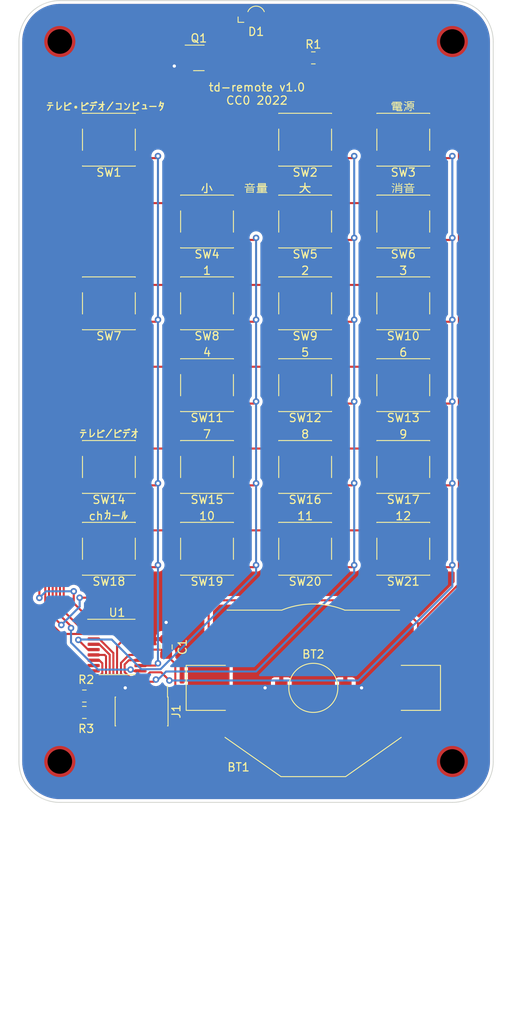
<source format=kicad_pcb>
(kicad_pcb (version 20211014) (generator pcbnew)
  (layers (0 "F.Cu" signal) (31 "B.Cu" signal) (34 "B.Paste" user) (35 "F.Paste" user) (36 "B.SilkS" user "B.Silkscreen") (37 "F.SilkS" user "F.Silkscreen") (38 "B.Mask" user) (39 "F.Mask" user) (44 "Edge.Cuts" user))
  (net 0 "")
  (net 1 "+BATT")
  (net 2 "GND")
  (net 3 "Net-(D1-Pad1)")
  (net 4 "Net-(D1-Pad2)")
  (net 6 "/tms")
  (net 7 "/tck")
  (net 8 "/tdo")
  (net 9 "/tdi")
  (net 10 "/~{reset}")
  (net 11 "/out")
  (net 12 "/row0")
  (net 13 "/col0")
  (net 14 "/col2")
  (net 15 "/col3")
  (net 16 "/row1")
  (net 17 "/col1")
  (net 18 "/row2")
  (net 19 "/row3")
  (net 20 "/row4")
  (net 21 "/row5")
  (footprint "Capacitor_SMD:C_0805_2012Metric" (layer "F.Cu") (at 77 112 90)
    (fp_text reference "C1" (at 0 2 90) (layer "F.SilkS"))
    (fp_text value "0.1uF")
    (pad "1" smd roundrect (at -0.95 0 90) (size 1 1.45) (layers "F.Cu" "F.Paste" "F.Mask") (net 1 "+BATT"))
    (pad "2" smd roundrect (at 0.95 0 90) (size 1 1.45) (layers "F.Cu" "F.Paste" "F.Mask") (net 2 "GND"))
  )
  (footprint "Button_Switch_SMD:SW_SPST_PTS645" (layer "F.Cu") (at 94 100)
    (fp_text reference "SW20" (at 0 4) (layer "F.SilkS"))
    (fp_text value "2223-TS04-66-65-BK-100-SMT")
    (pad "1" smd rect (at 3.98 -2.25) (size 1.55 1.3) (layers "F.Cu" "F.Paste" "F.Mask") (net 21 "/row5"))
    (pad "1" smd rect (at -3.98 -2.25) (size 1.55 1.3) (layers "F.Cu" "F.Paste" "F.Mask") (net 21 "/row5"))
    (pad "2" smd rect (at 3.98 2.25) (size 1.55 1.3) (layers "F.Cu" "F.Paste" "F.Mask") (net 14 "/col2"))
    (pad "2" smd rect (at -3.98 2.25) (size 1.55 1.3) (layers "F.Cu" "F.Paste" "F.Mask") (net 14 "/col2"))
  )
  (footprint "Button_Switch_SMD:SW_SPST_PTS645" (layer "F.Cu") (at 70 90)
    (fp_text reference "SW14" (at 0 4) (layer "F.SilkS"))
    (fp_text value "2223-TS04-66-65-BK-100-SMT")
    (pad "1" smd rect (at 3.98 -2.25) (size 1.55 1.3) (layers "F.Cu" "F.Paste" "F.Mask") (net 20 "/row4"))
    (pad "1" smd rect (at -3.98 -2.25) (size 1.55 1.3) (layers "F.Cu" "F.Paste" "F.Mask") (net 20 "/row4"))
    (pad "2" smd rect (at -3.98 2.25) (size 1.55 1.3) (layers "F.Cu" "F.Paste" "F.Mask") (net 13 "/col0"))
    (pad "2" smd rect (at 3.98 2.25) (size 1.55 1.3) (layers "F.Cu" "F.Paste" "F.Mask") (net 13 "/col0"))
  )
  (footprint "td-remote:BatteryHolder_Keystone_3002_1x2032_noneg" (layer "F.Cu") (at 95 117)
    (fp_text reference "BT1" (at -9.15 9.7) (layer "F.SilkS"))
    (fp_text value "Battery_Cell")
    (pad "1" smd rect (at 12.8 0) (size 5.1 5.1) (layers "F.Cu" "F.Paste" "F.Mask") (net 1 "+BATT"))
    (pad "1" smd rect (at -12.8 0) (size 5.1 5.1) (layers "F.Cu" "F.Paste" "F.Mask") (net 1 "+BATT"))
  )
  (footprint "Button_Switch_SMD:SW_SPST_PTS645" (layer "F.Cu") (at 94 60)
    (fp_text reference "SW5" (at 0 4) (layer "F.SilkS"))
    (fp_text value "2223-TS04-66-65-BK-100-SMT")
    (pad "1" smd rect (at 3.98 -2.25) (size 1.55 1.3) (layers "F.Cu" "F.Paste" "F.Mask") (net 16 "/row1"))
    (pad "1" smd rect (at -3.98 -2.25) (size 1.55 1.3) (layers "F.Cu" "F.Paste" "F.Mask") (net 16 "/row1"))
    (pad "2" smd rect (at -3.98 2.25) (size 1.55 1.3) (layers "F.Cu" "F.Paste" "F.Mask") (net 14 "/col2"))
    (pad "2" smd rect (at 3.98 2.25) (size 1.55 1.3) (layers "F.Cu" "F.Paste" "F.Mask") (net 14 "/col2"))
  )
  (footprint "Button_Switch_SMD:SW_SPST_PTS645" (layer "F.Cu") (at 94 50)
    (fp_text reference "SW2" (at 0 4) (layer "F.SilkS"))
    (fp_text value "2223-TS04-66-65-BK-100-SMT")
    (pad "1" smd rect (at 3.98 -2.25) (size 1.55 1.3) (layers "F.Cu" "F.Paste" "F.Mask") (net 12 "/row0"))
    (pad "1" smd rect (at -3.98 -2.25) (size 1.55 1.3) (layers "F.Cu" "F.Paste" "F.Mask") (net 12 "/row0"))
    (pad "2" smd rect (at 3.98 2.25) (size 1.55 1.3) (layers "F.Cu" "F.Paste" "F.Mask") (net 14 "/col2"))
    (pad "2" smd rect (at -3.98 2.25) (size 1.55 1.3) (layers "F.Cu" "F.Paste" "F.Mask") (net 14 "/col2"))
  )
  (footprint "Button_Switch_SMD:SW_SPST_PTS645" (layer "F.Cu") (at 82 90)
    (fp_text reference "SW15" (at 0 4) (layer "F.SilkS"))
    (fp_text value "2223-TS04-66-65-BK-100-SMT")
    (pad "1" smd rect (at -3.98 -2.25) (size 1.55 1.3) (layers "F.Cu" "F.Paste" "F.Mask") (net 20 "/row4"))
    (pad "1" smd rect (at 3.98 -2.25) (size 1.55 1.3) (layers "F.Cu" "F.Paste" "F.Mask") (net 20 "/row4"))
    (pad "2" smd rect (at -3.98 2.25) (size 1.55 1.3) (layers "F.Cu" "F.Paste" "F.Mask") (net 17 "/col1"))
    (pad "2" smd rect (at 3.98 2.25) (size 1.55 1.3) (layers "F.Cu" "F.Paste" "F.Mask") (net 17 "/col1"))
  )
  (footprint "Button_Switch_SMD:SW_SPST_PTS645" (layer "F.Cu") (at 94 90)
    (fp_text reference "SW16" (at 0 4) (layer "F.SilkS"))
    (fp_text value "2223-TS04-66-65-BK-100-SMT")
    (pad "1" smd rect (at 3.98 -2.25) (size 1.55 1.3) (layers "F.Cu" "F.Paste" "F.Mask") (net 20 "/row4"))
    (pad "1" smd rect (at -3.98 -2.25) (size 1.55 1.3) (layers "F.Cu" "F.Paste" "F.Mask") (net 20 "/row4"))
    (pad "2" smd rect (at -3.98 2.25) (size 1.55 1.3) (layers "F.Cu" "F.Paste" "F.Mask") (net 14 "/col2"))
    (pad "2" smd rect (at 3.98 2.25) (size 1.55 1.3) (layers "F.Cu" "F.Paste" "F.Mask") (net 14 "/col2"))
  )
  (footprint "td-remote:WA-SMST-M2" (layer "F.Cu") (at 64 126)
    (fp_text reference "H1" hide)
    (fp_text value "9774035243R")
    (pad "" np_thru_hole circle (at 0 0) (size 3 3) (drill 3) (layers *.Mask))
    (pad "1" smd circle (at 0 0) (size 5.3 5.3) (layers "F.Cu" "F.Mask") (net 2 "GND"))
  )
  (footprint "td-remote:WA-SMST-M2" (layer "F.Cu") (at 112 126)
    (fp_text reference "H3" hide)
    (fp_text value "9774035243R")
    (pad "" np_thru_hole circle (at 0 0) (size 3 3) (drill 3) (layers *.Mask))
    (pad "1" smd circle (at 0 0) (size 5.3 5.3) (layers "F.Cu" "F.Mask") (net 2 "GND"))
  )
  (footprint "Button_Switch_SMD:SW_SPST_PTS645" (layer "F.Cu") (at 82 70)
    (fp_text reference "SW8" (at 0 4) (layer "F.SilkS"))
    (fp_text value "2223-TS04-66-65-BK-100-SMT")
    (pad "1" smd rect (at 3.98 -2.25) (size 1.55 1.3) (layers "F.Cu" "F.Paste" "F.Mask") (net 18 "/row2"))
    (pad "1" smd rect (at -3.98 -2.25) (size 1.55 1.3) (layers "F.Cu" "F.Paste" "F.Mask") (net 18 "/row2"))
    (pad "2" smd rect (at 3.98 2.25) (size 1.55 1.3) (layers "F.Cu" "F.Paste" "F.Mask") (net 17 "/col1"))
    (pad "2" smd rect (at -3.98 2.25) (size 1.55 1.3) (layers "F.Cu" "F.Paste" "F.Mask") (net 17 "/col1"))
  )
  (footprint "Button_Switch_SMD:SW_SPST_PTS645" (layer "F.Cu") (at 106 90)
    (fp_text reference "SW17" (at 0 4) (layer "F.SilkS"))
    (fp_text value "2223-TS04-66-65-BK-100-SMT")
    (pad "1" smd rect (at 3.98 -2.25) (size 1.55 1.3) (layers "F.Cu" "F.Paste" "F.Mask") (net 20 "/row4"))
    (pad "1" smd rect (at -3.98 -2.25) (size 1.55 1.3) (layers "F.Cu" "F.Paste" "F.Mask") (net 20 "/row4"))
    (pad "2" smd rect (at 3.98 2.25) (size 1.55 1.3) (layers "F.Cu" "F.Paste" "F.Mask") (net 15 "/col3"))
    (pad "2" smd rect (at -3.98 2.25) (size 1.55 1.3) (layers "F.Cu" "F.Paste" "F.Mask") (net 15 "/col3"))
  )
  (footprint "Resistor_SMD:R_0805_2012Metric" (layer "F.Cu") (at 67 118 180)
    (fp_text reference "R2" (at -0.227064 2) (layer "F.SilkS"))
    (fp_text value "100k")
    (pad "1" smd roundrect (at -0.9125 0 180) (size 1.025 1.4) (layers "F.Cu" "F.Paste" "F.Mask") (roundrect_rratio 0.243902439) (net 7 "/tck"))
    (pad "2" smd roundrect (at 0.9125 0 180) (size 1.025 1.4) (layers "F.Cu" "F.Paste" "F.Mask") (roundrect_rratio 0.243902439) (net 2 "GND"))
  )
  (footprint "Button_Switch_SMD:SW_SPST_PTS645" (layer "F.Cu") (at 82 100)
    (fp_text reference "SW19" (at 0 4) (layer "F.SilkS"))
    (fp_text value "2223-TS04-66-65-BK-100-SMT")
    (pad "1" smd rect (at -3.98 -2.25) (size 1.55 1.3) (layers "F.Cu" "F.Paste" "F.Mask") (net 21 "/row5"))
    (pad "1" smd rect (at 3.98 -2.25) (size 1.55 1.3) (layers "F.Cu" "F.Paste" "F.Mask") (net 21 "/row5"))
    (pad "2" smd rect (at -3.98 2.25) (size 1.55 1.3) (layers "F.Cu" "F.Paste" "F.Mask") (net 17 "/col1"))
    (pad "2" smd rect (at 3.98 2.25) (size 1.55 1.3) (layers "F.Cu" "F.Paste" "F.Mask") (net 17 "/col1"))
  )
  (footprint "Resistor_SMD:R_0805_2012Metric" (layer "F.Cu") (at 67 120)
    (fp_text reference "R3" (at 0.227064 2) (layer "F.SilkS"))
    (fp_text value "100k")
    (pad "1" smd roundrect (at -0.9125 0) (size 1.025 1.4) (layers "F.Cu" "F.Paste" "F.Mask") (roundrect_rratio 0.243902439) (net 1 "+BATT"))
    (pad "2" smd roundrect (at 0.9125 0) (size 1.025 1.4) (layers "F.Cu" "F.Paste" "F.Mask") (roundrect_rratio 0.243902439) (net 6 "/tms"))
  )
  (footprint "Button_Switch_SMD:SW_SPST_PTS645" (layer "F.Cu") (at 94 80)
    (fp_text reference "SW12" (at 0 4) (layer "F.SilkS"))
    (fp_text value "2223-TS04-66-65-BK-100-SMT")
    (pad "1" smd rect (at -3.98 -2.25) (size 1.55 1.3) (layers "F.Cu" "F.Paste" "F.Mask") (net 19 "/row3"))
    (pad "1" smd rect (at 3.98 -2.25) (size 1.55 1.3) (layers "F.Cu" "F.Paste" "F.Mask") (net 19 "/row3"))
    (pad "2" smd rect (at 3.98 2.25) (size 1.55 1.3) (layers "F.Cu" "F.Paste" "F.Mask") (net 14 "/col2"))
    (pad "2" smd rect (at -3.98 2.25) (size 1.55 1.3) (layers "F.Cu" "F.Paste" "F.Mask") (net 14 "/col2"))
  )
  (footprint "td-remote:20021122-00010T4LF" (layer "F.Cu") (at 74 119.8875 -90)
    (fp_text reference "J1" (at 0 -4.235 90) (layer "F.SilkS"))
    (fp_text value "Conn_ARM_JTAG_SWD_10")
    (pad "1" smd rect (at -1.425 -2.54 270) (size 1.65 0.8) (layers "F.Cu" "F.Paste" "F.Mask") (net 1 "+BATT"))
    (pad "2" smd rect (at 1.425 -2.54 270) (size 1.65 0.8) (layers "F.Cu" "F.Paste" "F.Mask") (net 6 "/tms"))
    (pad "3" smd rect (at -1.425 -1.27 270) (size 1.65 0.8) (layers "F.Cu" "F.Paste" "F.Mask") (net 2 "GND"))
    (pad "4" smd rect (at 1.425 -1.27 270) (size 1.65 0.8) (layers "F.Cu" "F.Paste" "F.Mask") (net 7 "/tck"))
    (pad "5" smd rect (at -1.425 0 270) (size 1.65 0.8) (layers "F.Cu" "F.Paste" "F.Mask") (net 2 "GND"))
    (pad "6" smd rect (at 1.425 0 270) (size 1.65 0.8) (layers "F.Cu" "F.Paste" "F.Mask") (net 8 "/tdo"))
    (pad "7" smd rect (at -1.425 1.27 270) (size 1.65 0.8) (layers "F.Cu" "F.Paste" "F.Mask"))
    (pad "8" smd rect (at 1.425 1.27 270) (size 1.65 0.8) (layers "F.Cu" "F.Paste" "F.Mask") (net 9 "/tdi"))
    (pad "9" smd rect (at -1.425 2.54 270) (size 1.65 0.8) (layers "F.Cu" "F.Paste" "F.Mask") (net 2 "GND"))
    (pad "10" smd rect (at 1.425 2.54 270) (size 1.65 0.8) (layers "F.Cu" "F.Paste" "F.Mask") (net 10 "/~{reset}"))
  )
  (footprint "Resistor_SMD:R_0805_2012Metric" (layer "F.Cu") (at 95 40)
    (fp_text reference "R1" (at 0 -1.65) (layer "F.SilkS"))
    (fp_text value "39")
    (pad "1" smd roundrect (at -0.9125 0) (size 1.025 1.4) (layers "F.Cu" "F.Paste" "F.Mask") (roundrect_rratio 0.243902439) (net 4 "Net-(D1-Pad2)"))
    (pad "2" smd roundrect (at 0.9125 0) (size 1.025 1.4) (layers "F.Cu" "F.Paste" "F.Mask") (roundrect_rratio 0.243902439) (net 1 "+BATT"))
  )
  (footprint "Button_Switch_SMD:SW_SPST_PTS645" (layer "F.Cu") (at 70 50)
    (fp_text reference "SW1" (at 0 4) (layer "F.SilkS"))
    (fp_text value "2223-TS04-66-65-BK-100-SMT")
    (pad "1" smd rect (at -3.98 -2.25) (size 1.55 1.3) (layers "F.Cu" "F.Paste" "F.Mask") (net 12 "/row0"))
    (pad "1" smd rect (at 3.98 -2.25) (size 1.55 1.3) (layers "F.Cu" "F.Paste" "F.Mask") (net 12 "/row0"))
    (pad "2" smd rect (at 3.98 2.25) (size 1.55 1.3) (layers "F.Cu" "F.Paste" "F.Mask") (net 13 "/col0"))
    (pad "2" smd rect (at -3.98 2.25) (size 1.55 1.3) (layers "F.Cu" "F.Paste" "F.Mask") (net 13 "/col0"))
  )
  (footprint "Button_Switch_SMD:SW_SPST_PTS645" (layer "F.Cu") (at 70 100)
    (fp_text reference "SW18" (at 0 4) (layer "F.SilkS"))
    (fp_text value "2223-TS04-66-65-BK-100-SMT")
    (pad "1" smd rect (at 3.98 -2.25) (size 1.55 1.3) (layers "F.Cu" "F.Paste" "F.Mask") (net 21 "/row5"))
    (pad "1" smd rect (at -3.98 -2.25) (size 1.55 1.3) (layers "F.Cu" "F.Paste" "F.Mask") (net 21 "/row5"))
    (pad "2" smd rect (at -3.98 2.25) (size 1.55 1.3) (layers "F.Cu" "F.Paste" "F.Mask") (net 13 "/col0"))
    (pad "2" smd rect (at 3.98 2.25) (size 1.55 1.3) (layers "F.Cu" "F.Paste" "F.Mask") (net 13 "/col0"))
  )
  (footprint "Button_Switch_SMD:SW_SPST_PTS645" (layer "F.Cu") (at 70 70)
    (fp_text reference "SW7" (at 0 4) (layer "F.SilkS"))
    (fp_text value "2223-TS04-66-65-BK-100-SMT")
    (pad "1" smd rect locked (at 3.98 -2.25) (size 1.55 1.3) (layers "F.Cu" "F.Paste" "F.Mask") (net 18 "/row2"))
    (pad "1" smd rect locked (at -3.98 -2.25) (size 1.55 1.3) (layers "F.Cu" "F.Paste" "F.Mask") (net 18 "/row2"))
    (pad "2" smd rect locked (at -3.98 2.25) (size 1.55 1.3) (layers "F.Cu" "F.Paste" "F.Mask") (net 13 "/col0"))
    (pad "2" smd rect locked (at 3.98 2.25) (size 1.55 1.3) (layers "F.Cu" "F.Paste" "F.Mask") (net 13 "/col0"))
  )
  (footprint "Button_Switch_SMD:SW_SPST_PTS645" (layer "F.Cu") (at 106 80)
    (fp_text reference "SW13" (at 0 4) (layer "F.SilkS"))
    (fp_text value "2223-TS04-66-65-BK-100-SMT")
    (pad "1" smd rect (at -3.98 -2.25) (size 1.55 1.3) (layers "F.Cu" "F.Paste" "F.Mask") (net 19 "/row3"))
    (pad "1" smd rect (at 3.98 -2.25) (size 1.55 1.3) (layers "F.Cu" "F.Paste" "F.Mask") (net 19 "/row3"))
    (pad "2" smd rect (at -3.98 2.25) (size 1.55 1.3) (layers "F.Cu" "F.Paste" "F.Mask") (net 15 "/col3"))
    (pad "2" smd rect (at 3.98 2.25) (size 1.55 1.3) (layers "F.Cu" "F.Paste" "F.Mask") (net 15 "/col3"))
  )
  (footprint "Button_Switch_SMD:SW_SPST_PTS645" (layer "F.Cu") (at 94 70)
    (fp_text reference "SW9" (at 0 4) (layer "F.SilkS"))
    (fp_text value "2223-TS04-66-65-BK-100-SMT")
    (pad "1" smd rect (at 3.98 -2.25) (size 1.55 1.3) (layers "F.Cu" "F.Paste" "F.Mask") (net 18 "/row2"))
    (pad "1" smd rect (at -3.98 -2.25) (size 1.55 1.3) (layers "F.Cu" "F.Paste" "F.Mask") (net 18 "/row2"))
    (pad "2" smd rect (at 3.98 2.25) (size 1.55 1.3) (layers "F.Cu" "F.Paste" "F.Mask") (net 14 "/col2"))
    (pad "2" smd rect (at -3.98 2.25) (size 1.55 1.3) (layers "F.Cu" "F.Paste" "F.Mask") (net 14 "/col2"))
  )
  (footprint "td-remote:WA-SMST-M2" (layer "F.Cu") (at 112 38)
    (fp_text reference "H2" hide)
    (fp_text value "9774035243R")
    (pad "" np_thru_hole circle (at 0 0) (size 3 3) (drill 3) (layers *.Mask))
    (pad "1" smd circle (at 0 0) (size 5.3 5.3) (layers "F.Cu" "F.Mask") (net 2 "GND"))
  )
  (footprint "Package_TO_SOT_SMD:SOT-23" (layer "F.Cu") (at 81 40)
    (fp_text reference "Q1" (at 0 -2.4) (layer "F.SilkS"))
    (fp_text value "BSS138")
    (pad "1" smd roundrect (at -0.9375 -0.95) (size 1.475 0.6) (layers "F.Cu" "F.Paste" "F.Mask") (net 11 "/out"))
    (pad "2" smd roundrect (at -0.9375 0.95) (size 1.475 0.6) (layers "F.Cu" "F.Paste" "F.Mask") (net 2 "GND"))
    (pad "3" smd roundrect (at 0.9375 0) (size 1.475 0.6) (layers "F.Cu" "F.Paste" "F.Mask") (net 3 "Net-(D1-Pad1)"))
  )
  (footprint "Button_Switch_SMD:SW_SPST_PTS645" (layer "F.Cu") (at 106 60)
    (fp_text reference "SW6" (at 0 4) (layer "F.SilkS"))
    (fp_text value "2223-TS04-66-65-BK-100-SMT")
    (pad "1" smd rect (at 3.98 -2.25) (size 1.55 1.3) (layers "F.Cu" "F.Paste" "F.Mask") (net 16 "/row1"))
    (pad "1" smd rect (at -3.98 -2.25) (size 1.55 1.3) (layers "F.Cu" "F.Paste" "F.Mask") (net 16 "/row1"))
    (pad "2" smd rect (at 3.98 2.25) (size 1.55 1.3) (layers "F.Cu" "F.Paste" "F.Mask") (net 15 "/col3"))
    (pad "2" smd rect (at -3.98 2.25) (size 1.55 1.3) (layers "F.Cu" "F.Paste" "F.Mask") (net 15 "/col3"))
  )
  (footprint "Button_Switch_SMD:SW_SPST_PTS645" (layer "F.Cu") (at 106 50)
    (fp_text reference "SW3" (at 0 4) (layer "F.SilkS"))
    (fp_text value "2223-TS04-66-65-BK-100-SMT")
    (pad "1" smd rect (at -3.98 -2.25) (size 1.55 1.3) (layers "F.Cu" "F.Paste" "F.Mask") (net 12 "/row0"))
    (pad "1" smd rect (at 3.98 -2.25) (size 1.55 1.3) (layers "F.Cu" "F.Paste" "F.Mask") (net 12 "/row0"))
    (pad "2" smd rect (at 3.98 2.25) (size 1.55 1.3) (layers "F.Cu" "F.Paste" "F.Mask") (net 15 "/col3"))
    (pad "2" smd rect (at -3.98 2.25) (size 1.55 1.3) (layers "F.Cu" "F.Paste" "F.Mask") (net 15 "/col3"))
  )
  (footprint "Button_Switch_SMD:SW_SPST_PTS645" (layer "F.Cu") (at 82 80)
    (fp_text reference "SW11" (at 0 4) (layer "F.SilkS"))
    (fp_text value "2223-TS04-66-65-BK-100-SMT")
    (pad "1" smd rect (at 3.98 -2.25) (size 1.55 1.3) (layers "F.Cu" "F.Paste" "F.Mask") (net 19 "/row3"))
    (pad "1" smd rect (at -3.98 -2.25) (size 1.55 1.3) (layers "F.Cu" "F.Paste" "F.Mask") (net 19 "/row3"))
    (pad "2" smd rect (at 3.98 2.25) (size 1.55 1.3) (layers "F.Cu" "F.Paste" "F.Mask") (net 17 "/col1"))
    (pad "2" smd rect (at -3.98 2.25) (size 1.55 1.3) (layers "F.Cu" "F.Paste" "F.Mask") (net 17 "/col1"))
  )
  (footprint "Button_Switch_SMD:SW_SPST_PTS645" (layer "F.Cu") (at 82 60)
    (fp_text reference "SW4" (at 0 4) (layer "F.SilkS"))
    (fp_text value "2223-TS04-66-65-BK-100-SMT")
    (pad "1" smd rect (at -3.98 -2.25) (size 1.55 1.3) (layers "F.Cu" "F.Paste" "F.Mask") (net 16 "/row1"))
    (pad "1" smd rect (at 3.98 -2.25) (size 1.55 1.3) (layers "F.Cu" "F.Paste" "F.Mask") (net 16 "/row1"))
    (pad "2" smd rect (at 3.98 2.25) (size 1.55 1.3) (layers "F.Cu" "F.Paste" "F.Mask") (net 17 "/col1"))
    (pad "2" smd rect (at -3.98 2.25) (size 1.55 1.3) (layers "F.Cu" "F.Paste" "F.Mask") (net 17 "/col1"))
  )
  (footprint "Package_SO:TSSOP-20_4.4x6.5mm_P0.65mm" (layer "F.Cu") (at 71 112)
    (fp_text reference "U1" (at 0 -4.2) (layer "F.SilkS"))
    (fp_text value "LPC822M101JDH20")
    (pad "1" smd roundrect (at -2.8625 -2.925) (size 1.475 0.4) (layers "F.Cu" "F.Paste" "F.Mask") (net 11 "/out"))
    (pad "2" smd roundrect (at -2.8625 -2.275) (size 1.475 0.4) (layers "F.Cu" "F.Paste" "F.Mask") (net 21 "/row5"))
    (pad "3" smd roundrect (at -2.8625 -1.625) (size 1.475 0.4) (layers "F.Cu" "F.Paste" "F.Mask") (net 18 "/row2"))
    (pad "4" smd roundrect (at -2.8625 -0.975) (size 1.475 0.4) (layers "F.Cu" "F.Paste" "F.Mask") (net 9 "/tdi"))
    (pad "5" smd roundrect (at -2.8625 -0.325) (size 1.475 0.4) (layers "F.Cu" "F.Paste" "F.Mask") (net 10 "/~{reset}"))
    (pad "6" smd roundrect (at -2.8625 0.325) (size 1.475 0.4) (layers "F.Cu" "F.Paste" "F.Mask") (net 17 "/col1"))
    (pad "7" smd roundrect (at -2.8625 0.975) (size 1.475 0.4) (layers "F.Cu" "F.Paste" "F.Mask") (net 7 "/tck"))
    (pad "8" smd roundrect (at -2.8625 1.625) (size 1.475 0.4) (layers "F.Cu" "F.Paste" "F.Mask") (net 6 "/tms"))
    (pad "9" smd roundrect (at -2.8625 2.275) (size 1.475 0.4) (layers "F.Cu" "F.Paste" "F.Mask") (net 16 "/row1"))
    (pad "10" smd roundrect (at -2.8625 2.925) (size 1.475 0.4) (layers "F.Cu" "F.Paste" "F.Mask") (net 12 "/row0"))
    (pad "11" smd roundrect (at 2.8625 2.925) (size 1.475 0.4) (layers "F.Cu" "F.Paste" "F.Mask") (net 20 "/row4"))
    (pad "12" smd roundrect (at 2.8625 2.275) (size 1.475 0.4) (layers "F.Cu" "F.Paste" "F.Mask") (net 13 "/col0"))
    (pad "13" smd roundrect (at 2.8625 1.625) (size 1.475 0.4) (layers "F.Cu" "F.Paste" "F.Mask") (net 15 "/col3"))
    (pad "14" smd roundrect (at 2.8625 0.975) (size 1.475 0.4) (layers "F.Cu" "F.Paste" "F.Mask") (net 14 "/col2"))
    (pad "15" smd roundrect (at 2.8625 0.325) (size 1.475 0.4) (layers "F.Cu" "F.Paste" "F.Mask") (net 1 "+BATT"))
    (pad "16" smd roundrect (at 2.8625 -0.325) (size 1.475 0.4) (layers "F.Cu" "F.Paste" "F.Mask") (net 2 "GND"))
    (pad "17" smd roundrect (at 2.8625 -0.975) (size 1.475 0.4) (layers "F.Cu" "F.Paste" "F.Mask") (net 2 "GND"))
    (pad "18" smd roundrect (at 2.8625 -1.625) (size 1.475 0.4) (layers "F.Cu" "F.Paste" "F.Mask") (net 1 "+BATT"))
    (pad "19" smd roundrect (at 2.8625 -2.275) (size 1.475 0.4) (layers "F.Cu" "F.Paste" "F.Mask") (net 8 "/tdo"))
    (pad "20" smd roundrect (at 2.8625 -2.925) (size 1.475 0.4) (layers "F.Cu" "F.Paste" "F.Mask") (net 19 "/row3"))
  )
  (footprint "LED_SMD:LED_Kingbright_APFA3010_3x1.5mm_Horizontal" (layer "F.Cu") (at 88 35)
    (fp_text reference "D1" (at 0 1.8) (layer "F.SilkS"))
    (fp_text value "APA3010F3C-GX")
    (pad "1" smd rect (at -1.5 0) (size 1 0.9) (layers "F.Cu" "F.Paste" "F.Mask") (net 3 "Net-(D1-Pad1)"))
    (pad "2" smd rect (at 1.5 0) (size 1 0.9) (layers "F.Cu" "F.Paste" "F.Mask") (net 4 "Net-(D1-Pad2)"))
    (pad "3" smd rect (at 0.4 0.45) (size 0.4 0.8) (layers "F.Cu" "F.Paste" "F.Mask"))
    (pad "4" smd rect (at -0.4 0.45) (size 0.4 0.8) (layers "F.Cu" "F.Paste" "F.Mask"))
  )
  (footprint "td-remote:BatteryHolder_Keystone_2991TR" (layer "F.Cu") (at 95 117)
    (fp_text reference "BT2" (at 0 -4.1 unlocked) (layer "F.SilkS"))
    (fp_text value "Battery_Cell")
    (pad "2" smd rect (at -3.915 0) (size 1.52 1.57) (layers "F.Cu" "F.Paste" "F.Mask") (net 2 "GND"))
    (pad "2" smd rect (at 3.915 0) (size 1.52 1.57) (layers "F.Cu" "F.Paste" "F.Mask") (net 2 "GND"))
  )
  (footprint "Button_Switch_SMD:SW_SPST_PTS645" (layer "F.Cu") (at 106 70)
    (fp_text reference "SW10" (at 0 4) (layer "F.SilkS"))
    (fp_text value "2223-TS04-66-65-BK-100-SMT")
    (pad "1" smd rect (at -3.98 -2.25) (size 1.55 1.3) (layers "F.Cu" "F.Paste" "F.Mask") (net 18 "/row2"))
    (pad "1" smd rect (at 3.98 -2.25) (size 1.55 1.3) (layers "F.Cu" "F.Paste" "F.Mask") (net 18 "/row2"))
    (pad "2" smd rect (at -3.98 2.25) (size 1.55 1.3) (layers "F.Cu" "F.Paste" "F.Mask") (net 15 "/col3"))
    (pad "2" smd rect (at 3.98 2.25) (size 1.55 1.3) (layers "F.Cu" "F.Paste" "F.Mask") (net 15 "/col3"))
  )
  (footprint "td-remote:WA-SMST-M2" (layer "F.Cu") (at 64 38)
    (fp_text reference "H4" hide)
    (fp_text value "9774035243R")
    (pad "" np_thru_hole circle (at 0 0) (size 3 3) (drill 3) (layers *.Mask))
    (pad "1" smd circle (at 0 0) (size 5.3 5.3) (layers "F.Cu" "F.Mask") (net 2 "GND"))
  )
  (footprint "Button_Switch_SMD:SW_SPST_PTS645" (layer "F.Cu") (at 106 100)
    (fp_text reference "SW21" (at 0 4) (layer "F.SilkS"))
    (fp_text value "2223-TS04-66-65-BK-100-SMT")
    (pad "1" smd rect (at 3.98 -2.25) (size 1.55 1.3) (layers "F.Cu" "F.Paste" "F.Mask") (net 21 "/row5"))
    (pad "1" smd rect (at -3.98 -2.25) (size 1.55 1.3) (layers "F.Cu" "F.Paste" "F.Mask") (net 21 "/row5"))
    (pad "2" smd rect (at 3.98 2.25) (size 1.55 1.3) (layers "F.Cu" "F.Paste" "F.Mask") (net 15 "/col3"))
    (pad "2" smd rect (at -3.98 2.25) (size 1.55 1.3) (layers "F.Cu" "F.Paste" "F.Mask") (net 15 "/col3"))
  )
  (gr_arc (start 64 131) (mid 60.464466 129.535534) (end 59 126) (layer "Edge.Cuts") (width 0.1))
  (gr_line (start 64 33) (end 112 33) (layer "Edge.Cuts") (width 0.1))
  (gr_line (start 117 38) (end 117 126) (layer "Edge.Cuts") (width 0.1))
  (gr_line (start 112 131) (end 64 131) (layer "Edge.Cuts") (width 0.1))
  (gr_arc (start 112 33) (mid 115.535534 34.464466) (end 117 38) (layer "Edge.Cuts") (width 0.1))
  (gr_line (start 59 38) (end 59 126) (layer "Edge.Cuts") (width 0.1))
  (gr_arc (start 117 126) (mid 115.535534 129.535534) (end 112 131) (layer "Edge.Cuts") (width 0.1))
  (gr_arc (start 59 38) (mid 60.464466 34.464466) (end 64 33) (layer "Edge.Cuts") (width 0.1))
  (gr_text "2" (at 94 66) (layer "F.SilkS") (effects (font (size 1 1))))
  (gr_text "4" (at 82 76) (layer "F.SilkS") (effects (font (size 1 1))))
  (gr_text "3" (at 106 66) (layer "F.SilkS") (effects (font (size 1 1))))
  (gr_text "8" (at 94 86) (layer "F.SilkS") (effects (font (size 1 1))))
  (gr_text "10" (at 82 96) (layer "F.SilkS") (effects (font (size 1 1))))
  (gr_text "6" (at 106 76) (layer "F.SilkS") (effects (font (size 1 1))))
  (gr_text "5" (at 94 76) (layer "F.SilkS") (effects (font (size 1 1))))
  (gr_text "7" (at 82 86) (layer "F.SilkS") (effects (font (size 1 1))))
  (gr_text "大" (at 94 56) (layer "F.SilkS") (effects (font (size 1 1))))
  (gr_text "音量" (at 88 56) (layer "F.SilkS") (effects (font (size 1 1) (thickness 0.1))))
  (gr_text "1" (at 82 66) (layer "F.SilkS") (effects (font (size 1 1))))
  (gr_text "小" (at 82 56) (layer "F.SilkS") (effects (font (size 1 1))))
  (gr_text "テレビ／ビデオ" (at 70 86) (layer "F.SilkS") (effects (font (size 1 1))))
  (gr_text "電源" (at 106 46) (layer "F.SilkS") (effects (font (size 1 1) (thickness 0.1))))
  (gr_text "12" (at 106 96) (layer "F.SilkS") (effects (font (size 1 1))))
  (gr_text "消音" (at 106 56) (layer "F.SilkS") (effects (font (size 1 1) (thickness 0.1))))
  (gr_text "テレビ・ビデオ／コンピュータ " (at 70 46) (layer "F.SilkS") (effects (font (size 1 1))))
  (gr_text "9" (at 106 86) (layer "F.SilkS") (effects (font (size 1 1))))
  (gr_text "11" (at 94 96) (layer "F.SilkS") (effects (font (size 1 1))))
  (gr_text "td-remote v1.0\nCC0 2022" (at 88.1 44.4) (layer "F.SilkS") (effects (font (size 1 1))))
  (gr_text "chカール" (at 70 96) (layer "F.SilkS") (effects (font (size 1 1))))
  (segment (start 78.0025 117) (end 76.54 118.4625) (width 0.25) (layer "F.Cu") (net 1))
  (segment (start 104.304022 40) (end 112.8 48.495978) (width 0.25) (layer "F.Cu") (net 1))
  (segment (start 77.5 122.226522) (end 76.326522 123.4) (width 0.25) (layer "F.Cu") (net 1))
  (segment (start 95.9125 40) (end 104.304022 40) (width 0.25) (layer "F.Cu") (net 1))
  (segment (start 72.80048 110.749159) (end 73.174639 110.375) (width 0.25) (layer "F.Cu") (net 1))
  (segment (start 78.124501 114.074501) (end 77 112.95) (width 0.25) (layer "F.Cu") (net 1))
  (segment (start 73.174639 112.325) (end 72.80048 111.950841) (width 0.25) (layer "F.Cu") (net 1))
  (segment (start 73.8625 112.325) (end 73.174639 112.325) (width 0.25) (layer "F.Cu") (net 1))
  (segment (start 76.375 112.325) (end 77 112.95) (width 0.25) (layer "F.Cu") (net 1))
  (segment (start 107.8 109.3) (end 107.8 117) (width 0.25) (layer "F.Cu") (net 1))
  (segment (start 107.8 109.1) (end 107.8 109.3) (width 0.25) (layer "F.Cu") (net 1))
  (segment (start 78.0025 117) (end 78.124501 116.877999) (width 0.25) (layer "F.Cu") (net 1))
  (segment (start 78.124501 116.877999) (end 78.124501 114.074501) (width 0.25) (layer "F.Cu") (net 1))
  (segment (start 73.8625 112.325) (end 76.375 112.325) (width 0.25) (layer "F.Cu") (net 1))
  (segment (start 69.4875 123.4) (end 66.0875 120) (width 0.25) (layer "F.Cu") (net 1))
  (segment (start 77.5 119.4225) (end 77.5 122.226522) (width 0.25) (layer "F.Cu") (net 1))
  (segment (start 76.326522 123.4) (end 69.4875 123.4) (width 0.25) (layer "F.Cu") (net 1))
  (segment (start 73.174639 110.375) (end 73.8625 110.375) (width 0.25) (layer "F.Cu") (net 1))
  (segment (start 112.8 104.3) (end 107.8 109.3) (width 0.25) (layer "F.Cu") (net 1))
  (segment (start 72.80048 111.950841) (end 72.80048 110.749159) (width 0.25) (layer "F.Cu") (net 1))
  (segment (start 82.2 107.4) (end 83.3 106.3) (width 0.25) (layer "F.Cu") (net 1))
  (segment (start 83.3 106.3) (end 105 106.3) (width 0.25) (layer "F.Cu") (net 1))
  (segment (start 76.54 118.4625) (end 77.5 119.4225) (width 0.25) (layer "F.Cu") (net 1))
  (segment (start 112.8 48.495978) (end 112.8 104.3) (width 0.25) (layer "F.Cu") (net 1))
  (segment (start 105 106.3) (end 107.8 109.1) (width 0.25) (layer "F.Cu") (net 1))
  (segment (start 82.2 117) (end 82.2 107.4) (width 0.25) (layer "F.Cu") (net 1))
  (segment (start 82.2 117) (end 78.0025 117) (width 0.25) (layer "F.Cu") (net 1))
  (via (at 72 117) (size 0.8) (drill 0.4) (layers "F.Cu" "B.Cu") (net 2))
  (via (at 100.9 117) (size 0.8) (drill 0.4) (layers "F.Cu" "B.Cu") (net 2))
  (via (at 89.1 117) (size 0.8) (drill 0.4) (layers "F.Cu" "B.Cu") (net 2))
  (via (at 78 41) (size 0.8) (drill 0.4) (layers "F.Cu" "B.Cu") (net 2))
  (via (at 77 109) (size 0.8) (drill 0.4) (layers "F.Cu" "B.Cu") (net 2))
  (segment (start 81.9375 40) (end 81.9375 39.5625) (width 0.25) (layer "F.Cu") (net 3))
  (segment (start 81.9375 39.5625) (end 86.5 35) (width 0.25) (layer "F.Cu") (net 3))
  (segment (start 94.0875 39.5875) (end 94.0875 40) (width 0.25) (layer "F.Cu") (net 4))
  (segment (start 89.5 35) (end 94.0875 39.5875) (width 0.25) (layer "F.Cu") (net 4))
  (segment (start 68.950841 115.44952) (end 69.19952 115.200841) (width 0.25) (layer "F.Cu") (net 6))
  (segment (start 69.813807 122.911522) (end 67.9125 121.010215) (width 0.25) (layer "F.Cu") (net 6))
  (segment (start 76.54 122.3875) (end 76.015978 122.911522) (width 0.25) (layer "F.Cu") (net 6))
  (segment (start 76.54 121.3125) (end 76.54 122.3875) (width 0.25) (layer "F.Cu") (net 6))
  (segment (start 68.825361 113.625) (end 68.1375 113.625) (width 0.25) (layer "F.Cu") (net 6))
  (segment (start 67 117.387507) (end 68.937987 115.44952) (width 0.25) (layer "F.Cu") (net 6))
  (segment (start 69.19952 113.999159) (end 68.825361 113.625) (width 0.25) (layer "F.Cu") (net 6))
  (segment (start 69.19952 115.200841) (end 69.19952 113.999159) (width 0.25) (layer "F.Cu") (net 6))
  (segment (start 76.015978 122.911522) (end 69.813807 122.911522) (width 0.25) (layer "F.Cu") (net 6))
  (segment (start 67.9125 121.010215) (end 67.9125 120) (width 0.25) (layer "F.Cu") (net 6))
  (segment (start 67.9125 119.9125) (end 67 119) (width 0.25) (layer "F.Cu") (net 6))
  (segment (start 67.9125 120) (end 67.9125 119.9125) (width 0.25) (layer "F.Cu") (net 6))
  (segment (start 68.937987 115.44952) (end 68.950841 115.44952) (width 0.25) (layer "F.Cu") (net 6))
  (segment (start 67 119) (end 67 117.387507) (width 0.25) (layer "F.Cu") (net 6))
  (segment (start 69.489657 112.975) (end 68.1375 112.975) (width 0.25) (layer "F.Cu") (net 7))
  (segment (start 70 122.462011) (end 69 121.462011) (width 0.25) (layer "F.Cu") (net 7))
  (segment (start 67.9125 118) (end 67.9125 117.380388) (width 0.25) (layer "F.Cu") (net 7))
  (segment (start 69 119.0875) (end 67.9125 118) (width 0.25) (layer "F.Cu") (net 7))
  (segment (start 67.9125 117.380388) (end 69.64904 115.643848) (width 0.25) (layer "F.Cu") (net 7))
  (segment (start 69.64904 113.134383) (end 69.489657 112.975) (width 0.25) (layer "F.Cu") (net 7))
  (segment (start 75.27 121.3125) (end 75.27 121.7375) (width 0.25) (layer "F.Cu") (net 7))
  (segment (start 69.64904 115.643848) (end 69.64904 113.134383) (width 0.25) (layer "F.Cu") (net 7))
  (segment (start 75.27 121.7375) (end 74.545489 122.462011) (width 0.25) (layer "F.Cu") (net 7))
  (segment (start 74.545489 122.462011) (end 70 122.462011) (width 0.25) (layer "F.Cu") (net 7))
  (segment (start 69 121.462011) (end 69 119.0875) (width 0.25) (layer "F.Cu") (net 7))
  (segment (start 73.8625 109.725) (end 73.174639 109.725) (width 0.25) (layer "F.Cu") (net 8))
  (segment (start 71 111.899639) (end 71 116.574239) (width 0.25) (layer "F.Cu") (net 8))
  (segment (start 74 120.8875) (end 74 121.3125) (width 0.25) (layer "F.Cu") (net 8))
  (segment (start 72.724511 119.612011) (end 74 120.8875) (width 0.25) (layer "F.Cu") (net 8))
  (segment (start 73.174639 109.725) (end 71 111.899639) (width 0.25) (layer "F.Cu") (net 8))
  (segment (start 70.735489 119.612011) (end 72.724511 119.612011) (width 0.25) (layer "F.Cu") (net 8))
  (segment (start 71 116.574239) (end 70.735489 116.83875) (width 0.25) (layer "F.Cu") (net 8))
  (segment (start 70.735489 116.83875) (end 70.735489 119.612011) (width 0.25) (layer "F.Cu") (net 8))
  (segment (start 68.1375 111.025) (end 68.825361 111.025) (width 0.25) (layer "F.Cu") (net 9))
  (segment (start 70.549296 120.061522) (end 71.185 120.061522) (width 0.25) (layer "F.Cu") (net 9))
  (segment (start 71.185 120.061522) (end 71.286467 120.162989) (width 0.25) (layer "F.Cu") (net 9))
  (segment (start 70.548071 112.74771) (end 70.548071 116.316225) (width 0.25) (layer "F.Cu") (net 9))
  (segment (start 70.548071 116.316225) (end 70.285978 116.578318) (width 0.25) (layer "F.Cu") (net 9))
  (segment (start 70.285978 119.798204) (end 70.549296 120.061522) (width 0.25) (layer "F.Cu") (net 9))
  (segment (start 68.825361 111.025) (end 70.548071 112.74771) (width 0.25) (layer "F.Cu") (net 9))
  (segment (start 72.184511 120.162989) (end 72.73 120.708478) (width 0.25) (layer "F.Cu") (net 9))
  (segment (start 71.286467 120.162989) (end 72.184511 120.162989) (width 0.25) (layer "F.Cu") (net 9))
  (segment (start 70.285978 116.578318) (end 70.285978 119.798204) (width 0.25) (layer "F.Cu") (net 9))
  (segment (start 72.73 120.708478) (end 72.73 121.3125) (width 0.25) (layer "F.Cu") (net 9))
  (segment (start 70.81 121.3125) (end 71.46 121.3125) (width 0.25) (layer "F.Cu") (net 10))
  (segment (start 69.836468 120.338968) (end 70.81 121.3125) (width 0.25) (layer "F.Cu") (net 10))
  (segment (start 70.098551 112.94819) (end 70.098551 115.830041) (width 0.25) (layer "F.Cu") (net 10))
  (segment (start 69.836468 116.092124) (end 69.836468 120.338968) (width 0.25) (layer "F.Cu") (net 10))
  (segment (start 68.825361 111.675) (end 70.098551 112.94819) (width 0.25) (layer "F.Cu") (net 10))
  (segment (start 68.1375 111.675) (end 68.825361 111.675) (width 0.25) (layer "F.Cu") (net 10))
  (segment (start 70.098551 115.830041) (end 69.836468 116.092124) (width 0.25) (layer "F.Cu") (net 10))
  (segment (start 61.5 50.195978) (end 61.5 106) (width 0.25) (layer "F.Cu") (net 11))
  (segment (start 80.0625 39.05) (end 72.645978 39.05) (width 0.25) (layer "F.Cu") (net 11))
  (segment (start 72.645978 39.05) (end 61.5 50.195978) (width 0.25) (layer "F.Cu") (net 11))
  (segment (start 65.7 106.6375) (end 65.7 105.2) (width 0.25) (layer "F.Cu") (net 11))
  (segment (start 68.1375 109.075) (end 65.7 106.6375) (width 0.25) (layer "F.Cu") (net 11))
  (via (at 65.7 105.2) (size 0.8) (drill 0.4) (layers "F.Cu" "B.Cu") (net 11))
  (via (at 61.5 106) (size 0.8) (drill 0.4) (layers "F.Cu" "B.Cu") (net 11))
  (segment (start 62.3 105.2) (end 61.5 106) (width 0.25) (layer "B.Cu") (net 11))
  (segment (start 65.7 105.2) (end 62.3 105.2) (width 0.25) (layer "B.Cu") (net 11))
  (segment (start 68.1375 114.925) (end 67.164696 114.925) (width 0.25) (layer "F.Cu") (net 12))
  (segment (start 66.02 47.75) (end 73.98 47.75) (width 0.25) (layer "F.Cu") (net 12))
  (segment (start 62.224501 51.545499) (end 66.02 47.75) (width 0.25) (layer "F.Cu") (net 12))
  (segment (start 67.164696 114.925) (end 62.224501 109.984805) (width 0.25) (layer "F.Cu") (net 12))
  (segment (start 62.224501 109.984805) (end 62.224501 51.545499) (width 0.25) (layer "F.Cu") (net 12))
  (segment (start 90.02 47.75) (end 97.98 47.75) (width 0.25) (layer "F.Cu") (net 12))
  (segment (start 73.98 47.75) (end 90.02 47.75) (width 0.25) (layer "F.Cu") (net 12))
  (segment (start 97.98 47.75) (end 102.02 47.75) (width 0.25) (layer "F.Cu") (net 12))
  (segment (start 102.02 47.75) (end 109.98 47.75) (width 0.25) (layer "F.Cu") (net 12))
  (segment (start 73.98 92.25) (end 75.75 92.25) (width 0.25) (layer "F.Cu") (net 13))
  (segment (start 66.02 72.25) (end 73.98 72.25) (width 0.25) (layer "F.Cu") (net 13))
  (segment (start 73.98 52.25) (end 75.75 52.25) (width 0.25) (layer "F.Cu") (net 13))
  (segment (start 75.75 102.25) (end 76 102) (width 0.25) (layer "F.Cu") (net 13))
  (segment (start 66.02 52.25) (end 73.98 52.25) (width 0.25) (layer "F.Cu") (net 13))
  (segment (start 75.75 52.25) (end 76 52) (width 0.25) (layer "F.Cu") (net 13))
  (segment (start 75.725 114.275) (end 73.8625 114.275) (width 0.25) (layer "F.Cu") (net 13))
  (segment (start 76 114) (end 75.725 114.275) (width 0.25) (layer "F.Cu") (net 13))
  (segment (start 66.02 92.25) (end 73.98 92.25) (width 0.25) (layer "F.Cu") (net 13))
  (segment (start 73.98 72.25) (end 75.75 72.25) (width 0.25) (layer "F.Cu") (net 13))
  (segment (start 75.75 72.25) (end 76 72) (width 0.25) (layer "F.Cu") (net 13))
  (segment (start 75.75 92.25) (end 76 92) (width 0.25) (layer "F.Cu") (net 13))
  (segment (start 66.02 102.25) (end 73.98 102.25) (width 0.25) (layer "F.Cu") (net 13))
  (segment (start 73.98 102.25) (end 75.75 102.25) (width 0.25) (layer "F.Cu") (net 13))
  (via (at 76 72) (size 0.8) (drill 0.4) (layers "F.Cu" "B.Cu") (net 13))
  (via (at 76 92) (size 0.8) (drill 0.4) (layers "F.Cu" "B.Cu") (net 13))
  (via (at 76 102) (size 0.8) (drill 0.4) (layers "F.Cu" "B.Cu") (net 13))
  (via (at 76 52) (size 0.8) (drill 0.4) (layers "F.Cu" "B.Cu") (net 13))
  (via (at 76 114) (size 0.8) (drill 0.4) (layers "F.Cu" "B.Cu") (net 13))
  (segment (start 76 102) (end 76 114) (width 0.25) (layer "B.Cu") (net 13))
  (segment (start 76 52) (end 76 72) (width 0.25) (layer "B.Cu") (net 13))
  (segment (start 76 72) (end 76 92) (width 0.25) (layer "B.Cu") (net 13))
  (segment (start 76 92) (end 76 102) (width 0.25) (layer "B.Cu") (net 13))
  (segment (start 97.98 72.25) (end 99.75 72.25) (width 0.25) (layer "F.Cu") (net 14))
  (segment (start 90.02 52.25) (end 97.98 52.25) (width 0.25) (layer "F.Cu") (net 14))
  (segment (start 71.475865 113.952727) (end 71.475865 115.275413) (width 0.25) (layer "F.Cu") (net 14))
  (segment (start 97.98 72.25) (end 90.02 72.25) (width 0.25) (layer "F.Cu") (net 14))
  (segment (start 97.98 62.25) (end 99.75 62.25) (width 0.25) (layer "F.Cu") (net 14))
  (segment (start 99.75 72.25) (end 100 72) (width 0.25) (layer "F.Cu") (net 14))
  (segment (start 99.75 82.25) (end 100 82) (width 0.25) (layer "F.Cu") (net 14))
  (segment (start 90.02 82.25) (end 97.98 82.25) (width 0.25) (layer "F.Cu") (net 14))
  (segment (start 73.8625 112.975) (end 72.453592 112.975) (width 0.25) (layer "F.Cu") (net 14))
  (segment (start 75.487893 116.248512) (end 75.750999 115.985406) (width 0.25) (layer "F.Cu") (net 14))
  (segment (start 97.98 102.25) (end 99.75 102.25) (width 0.25) (layer "F.Cu") (net 14))
  (segment (start 97.98 92.25) (end 99.7254 92.25) (width 0.25) (layer "F.Cu") (net 14))
  (segment (start 90.02 102.25) (end 97.98 102.25) (width 0.25) (layer "F.Cu") (net 14))
  (segment (start 90.02 92.25) (end 97.98 92.25) (width 0.25) (layer "F.Cu") (net 14))
  (segment (start 97.98 82.25) (end 99.75 82.25) (width 0.25) (layer "F.Cu") (net 14))
  (segment (start 72.448964 116.248512) (end 75.487893 116.248512) (width 0.25) (layer "F.Cu") (net 14))
  (segment (start 99.75 52.25) (end 100 52) (width 0.25) (layer "F.Cu") (net 14))
  (segment (start 97.98 52.25) (end 99.75 52.25) (width 0.25) (layer "F.Cu") (net 14))
  (segment (start 99.75 102.25) (end 100 102) (width 0.25) (layer "F.Cu") (net 14))
  (segment (start 90.02 62.25) (end 97.98 62.25) (width 0.25) (layer "F.Cu") (net 14))
  (segment (start 72.453592 112.975) (end 71.475865 113.952727) (width 0.25) (layer "F.Cu") (net 14))
  (segment (start 99.7254 92.25) (end 100 91.9754) (width 0.25) (layer "F.Cu") (net 14))
  (segment (start 99.75 62.25) (end 100 62) (width 0.25) (layer "F.Cu") (net 14))
  (segment (start 71.475865 115.275413) (end 72.448964 116.248512) (width 0.25) (layer "F.Cu") (net 14))
  (via (at 100 62) (size 0.8) (drill 0.4) (layers "F.Cu" "B.Cu") (net 14))
  (via (at 100 82) (size 0.8) (drill 0.4) (layers "F.Cu" "B.Cu") (net 14))
  (via (at 100 102) (size 0.8) (drill 0.4) (layers "F.Cu" "B.Cu") (net 14))
  (via (at 100 91.9754) (size 0.8) (drill 0.4) (layers "F.Cu" "B.Cu") (net 14))
  (via (at 100 72) (size 0.8) (drill 0.4) (layers "F.Cu" "B.Cu") (net 14))
  (via (at 75.750999 115.985406) (size 0.8) (drill 0.4) (layers "F.Cu" "B.Cu") (net 14))
  (via (at 100 52) (size 0.8) (drill 0.4) (layers "F.Cu" "B.Cu") (net 14))
  (segment (start 100 52) (end 100 62) (width 0.25) (layer "B.Cu") (net 14))
  (segment (start 100 62) (end 100 91.9754) (width 0.25) (layer "B.Cu") (net 14))
  (segment (start 88 115) (end 77 115) (width 0.25) (layer "B.Cu") (net 14))
  (segment (start 100 102) (end 100 103) (width 0.25) (layer "B.Cu") (net 14))
  (segment (start 75.750999 115.985406) (end 76.014594 115.985406) (width 0.25) (layer "B.Cu") (net 14))
  (segment (start 100 103) (end 88 115) (width 0.25) (layer "B.Cu") (net 14))
  (segment (start 76.014594 115.985406) (end 77 115) (width 0.25) (layer "B.Cu") (net 14))
  (segment (start 100 91.9754) (end 100 102) (width 0.25) (layer "B.Cu") (net 14))
  (segment (start 111.75 82.25) (end 112 82) (width 0.25) (layer "F.Cu") (net 15))
  (segment (start 71.925375 114.138921) (end 72.439296 113.625) (width 0.25) (layer "F.Cu") (net 15))
  (segment (start 102.02 92.25) (end 109.98 92.25) (width 0.25) (layer "F.Cu") (net 15))
  (segment (start 76.4 115.1) (end 75.025361 115.1) (width 0.25) (layer "F.Cu") (net 15))
  (segment (start 109.98 92.25) (end 111.75 92.25) (width 0.25) (layer "F.Cu") (net 15))
  (segment (start 72.526738 115.674625) (end 71.925375 115.073262) (width 0.25) (layer "F.Cu") (net 15))
  (segment (start 111.75 102.25) (end 112 102) (width 0.25) (layer "F.Cu") (net 15))
  (segment (start 72.439296 113.625) (end 73.8625 113.625) (width 0.25) (layer "F.Cu") (net 15))
  (segment (start 109.98 82.25) (end 111.75 82.25) (width 0.25) (layer "F.Cu") (net 15))
  (segment (start 102.02 62.25) (end 109.98 62.25) (width 0.25) (layer "F.Cu") (net 15))
  (segment (start 102.02 72.25) (end 109.98 72.25) (width 0.25) (layer "F.Cu") (net 15))
  (segment (start 111.75 92.25) (end 112 92) (width 0.25) (layer "F.Cu") (net 15))
  (segment (start 109.98 52.25) (end 111.75 52.25) (width 0.25) (layer "F.Cu") (net 15))
  (segment (start 102.02 102.25) (end 109.98 102.25) (width 0.25) (layer "F.Cu") (net 15))
  (segment (start 77.4 116.1) (end 76.4 115.1) (width 0.25) (layer "F.Cu") (net 15))
  (segment (start 75.025361 115.1) (end 74.450736 115.674625) (width 0.25) (layer "F.Cu") (net 15))
  (segment (start 109.98 102.25) (end 111.75 102.25) (width 0.25) (layer "F.Cu") (net 15))
  (segment (start 74.450736 115.674625) (end 72.526738 115.674625) (width 0.25) (layer "F.Cu") (net 15))
  (segment (start 111.75 72.25) (end 112 72) (width 0.25) (layer "F.Cu") (net 15))
  (segment (start 109.98 72.25) (end 111.75 72.25) (width 0.25) (layer "F.Cu") (net 15))
  (segment (start 102.02 82.25) (end 109.98 82.25) (width 0.25) (layer "F.Cu") (net 15))
  (segment (start 111.75 62.25) (end 112 62) (width 0.25) (layer "F.Cu") (net 15))
  (segment (start 71.925375 115.073262) (end 71.925375 114.138921) (width 0.25) (layer "F.Cu") (net 15))
  (segment (start 111.75 52.25) (end 112 52) (width 0.25) (layer "F.Cu") (net 15))
  (segment (start 102.02 52.25) (end 109.98 52.25) (width 0.25) (layer "F.Cu") (net 15))
  (segment (start 109.98 62.25) (end 111.75 62.25) (width 0.25) (layer "F.Cu") (net 15))
  (via (at 112 92) (size 0.8) (drill 0.4) (layers "F.Cu" "B.Cu") (net 15))
  (via (at 112 62) (size 0.8) (drill 0.4) (layers "F.Cu" "B.Cu") (net 15))
  (via (at 77.4 116.1) (size 0.8) (drill 0.4) (layers "F.Cu" "B.Cu") (net 15))
  (via (at 112 102) (size 0.8) (drill 0.4) (layers "F.Cu" "B.Cu") (net 15))
  (via (at 112 82) (size 0.8) (drill 0.4) (layers "F.Cu" "B.Cu") (net 15))
  (via (at 112 52) (size 0.8) (drill 0.4) (layers "F.Cu" "B.Cu") (net 15))
  (via (at 112 72) (size 0.8) (drill 0.4) (layers "F.Cu" "B.Cu") (net 15))
  (segment (start 112 102) (end 112 104.6) (width 0.25) (layer "B.Cu") (net 15))
  (segment (start 112 62) (end 112 72) (width 0.25) (layer "B.Cu") (net 15))
  (segment (start 112 72) (end 112 82) (width 0.25) (layer "B.Cu") (net 15))
  (segment (start 112 82) (end 112 92) (width 0.25) (layer "B.Cu") (net 15))
  (segment (start 100.5 116.1) (end 77.4 116.1) (width 0.25) (layer "B.Cu") (net 15))
  (segment (start 112 52) (end 112 62) (width 0.25) (layer "B.Cu") (net 15))
  (segment (start 112 104.6) (end 100.5 116.1) (width 0.25) (layer "B.Cu") (net 15))
  (segment (start 112 92) (end 112 102) (width 0.25) (layer "B.Cu") (net 15))
  (segment (start 62.674011 109.798611) (end 62.674011 69.025989) (width 0.25) (layer "F.Cu") (net 16))
  (segment (start 97.98 57.75) (end 102.02 57.75) (width 0.25) (layer "F.Cu") (net 16))
  (segment (start 67.1504 114.275) (end 62.674011 109.798611) (width 0.25) (layer "F.Cu") (net 16))
  (segment (start 102.02 57.75) (end 109.98 57.75) (width 0.25) (layer "F.Cu") (net 16))
  (segment (start 68.1375 114.275) (end 67.1504 114.275) (width 0.25) (layer "F.Cu") (net 16))
  (segment (start 62.674011 69.025989) (end 73.95 57.75) (width 0.25) (layer "F.Cu") (net 16))
  (segment (start 78.02 57.75) (end 85.98 57.75) (width 0.25) (layer "F.Cu") (net 16))
  (segment (start 85.98 57.75) (end 90.02 57.75) (width 0.25) (layer "F.Cu") (net 16))
  (segment (start 73.95 57.75) (end 78.02 57.75) (width 0.25) (layer "F.Cu") (net 16))
  (segment (start 90.02 57.75) (end 97.98 57.75) (width 0.25) (layer "F.Cu") (net 16))
  (segment (start 78.02 102.25) (end 85.98 102.25) (width 0.25) (layer "F.Cu") (net 17))
  (segment (start 87.75 72.25) (end 88 72) (width 0.25) (layer "F.Cu") (net 17))
  (segment (start 68.1375 112.325) (end 67.449639 112.325) (width 0.25) (layer "F.Cu") (net 17))
  (segment (start 87.75 102.25) (end 88 102) (width 0.25) (layer "F.Cu") (net 17))
  (segment (start 85.98 72.25) (end 87.75 72.25) (width 0.25) (layer "F.Cu") (net 17))
  (segment (start 85.98 92.25) (end 87.75 92.25) (width 0.25) (layer "F.Cu") (net 17))
  (segment (start 78.02 82.25) (end 85.98 82.25) (width 0.25) (layer "F.Cu") (net 17))
  (segment (start 87.75 82.25) (end 88 82) (width 0.25) (layer "F.Cu") (net 17))
  (segment (start 85.98 62.25) (end 87.75 62.25) (width 0.25) (layer "F.Cu") (net 17))
  (segment (start 66.267943 111.143304) (end 66.267943 111.1354) (width 0.25) (layer "F.Cu") (net 17))
  (segment (start 78.02 92.25) (end 85.98 92.25) (width 0.25) (layer "F.Cu") (net 17))
  (segment (start 85.98 82.25) (end 87.75 82.25) (width 0.25) (layer "F.Cu") (net 17))
  (segment (start 87.75 92.25) (end 88 92) (width 0.25) (layer "F.Cu") (net 17))
  (segment (start 87.75 62.25) (end 88 62) (width 0.25) (layer "F.Cu") (net 17))
  (segment (start 78.02 72.25) (end 85.98 72.25) (width 0.25) (layer "F.Cu") (net 17))
  (segment (start 85.98 102.25) (end 87.75 102.25) (width 0.25) (layer "F.Cu") (net 17))
  (segment (start 78.02 62.25) (end 85.98 62.25) (width 0.25) (layer "F.Cu") (net 17))
  (segment (start 67.449639 112.325) (end 66.267943 111.143304) (width 0.25) (layer "F.Cu") (net 17))
  (via (at 66.267943 111.1354) (size 0.8) (drill 0.4) (layers "F.Cu" "B.Cu") (net 17))
  (via (at 88 72) (size 0.8) (drill 0.4) (layers "F.Cu" "B.Cu") (net 17))
  (via (at 88 62) (size 0.8) (drill 0.4) (layers "F.Cu" "B.Cu") (net 17))
  (via (at 88 82) (size 0.8) (drill 0.4) (layers "F.Cu" "B.Cu") (net 17))
  (via (at 88 102) (size 0.8) (drill 0.4) (layers "F.Cu" "B.Cu") (net 17))
  (via (at 88 92) (size 0.8) (drill 0.4) (layers "F.Cu" "B.Cu") (net 17))
  (segment (start 70.33994 111.08984) (end 66.313503 111.08984) (width 0.25) (layer "B.Cu") (net 17))
  (segment (start 88 92) (end 88 103.039696) (width 0.25) (layer "B.Cu") (net 17))
  (segment (start 73.974611 114.724511) (end 70.33994 111.08984) (width 0.25) (layer "B.Cu") (net 17))
  (segment (start 88 103.039696) (end 76.315185 114.724511) (width 0.25) (layer "B.Cu") (net 17))
  (segment (start 88 82) (end 88 92) (width 0.25) (layer "B.Cu") (net 17))
  (segment (start 66.313503 111.08984) (end 66.267943 111.1354) (width 0.25) (layer "B.Cu") (net 17))
  (segment (start 88 62) (end 88 82) (width 0.25) (layer "B.Cu") (net 17))
  (segment (start 76.315185 114.724511) (end 73.974611 114.724511) (width 0.25) (layer "B.Cu") (net 17))
  (segment (start 97.98 67.75) (end 102.02 67.75) (width 0.25) (layer "F.Cu") (net 18))
  (segment (start 63.123521 70.646479) (end 66.02 67.75) (width 0.25) (layer "F.Cu") (net 18))
  (segment (start 78.02 67.75) (end 85.98 67.75) (width 0.25) (layer "F.Cu") (net 18))
  (segment (start 63.123521 109.348121) (end 63.123521 70.646479) (width 0.25) (layer "F.Cu") (net 18))
  (segment (start 68.1375 110.375) (end 68.1016 110.4109) (width 0.25) (layer "F.Cu") (net 18))
  (segment (start 66.02 67.75) (end 73.98 67.75) (width 0.25) (layer "F.Cu") (net 18))
  (segment (start 102.02 67.75) (end 109.98 67.75) (width 0.25) (layer "F.Cu") (net 18))
  (segment (start 85.98 67.75) (end 90.02 67.75) (width 0.25) (layer "F.Cu") (net 18))
  (segment (start 68.1016 110.4109) (end 64.1863 110.4109) (width 0.25) (layer "F.Cu") (net 18))
  (segment (start 73.98 67.75) (end 78.02 67.75) (width 0.25) (layer "F.Cu") (net 18))
  (segment (start 90.02 67.75) (end 97.98 67.75) (width 0.25) (layer "F.Cu") (net 18))
  (segment (start 64.1863 110.4109) (end 63.123521 109.348121) (width 0.25) (layer "F.Cu") (net 18))
  (segment (start 97.98 77.75) (end 102.02 77.75) (width 0.25) (layer "F.Cu") (net 19))
  (segment (start 90.02 77.75) (end 97.98 77.75) (width 0.25) (layer "F.Cu") (net 19))
  (segment (start 66.425951 105.978004) (end 66.4245 105.979455) (width 0.25) (layer "F.Cu") (net 19))
  (segment (start 102.02 77.75) (end 109.98 77.75) (width 0.25) (layer "F.Cu") (net 19))
  (segment (start 78.02 77.75) (end 71.15 77.75) (width 0.25) (layer "F.Cu") (net 19))
  (segment (start 71.15 77.75) (end 63.573034 85.326966) (width 0.25) (layer "F.Cu") (net 19))
  (segment (start 70.765504 105.978004) (end 66.425951 105.978004) (width 0.25) (layer "F.Cu") (net 19))
  (segment (start 78.02 77.75) (end 85.98 77.75) (width 0.25) (layer "F.Cu") (net 19))
  (segment (start 63.573034 108.697632) (end 64.187701 109.312299) (width 0.25) (layer "F.Cu") (net 19))
  (segment (start 73.8625 109.075) (end 70.765504 105.978004) (width 0.25) (layer "F.Cu") (net 19))
  (segment (start 85.98 77.75) (end 90.02 77.75) (width 0.25) (layer "F.Cu") (net 19))
  (segment (start 63.573034 85.326966) (end 63.573034 108.697632) (width 0.25) (layer "F.Cu") (net 19))
  (via (at 64.187701 109.312299) (size 0.8) (drill 0.4) (layers "F.Cu" "B.Cu") (net 19))
  (via (at 66.4245 105.979455) (size 0.8) (drill 0.4) (layers "F.Cu" "B.Cu") (net 19))
  (segment (start 66.4245 107.0755) (end 64.187701 109.312299) (width 0.25) (layer "B.Cu") (net 19))
  (segment (start 66.4245 105.979455) (end 66.4245 107.0755) (width 0.25) (layer "B.Cu") (net 19))
  (segment (start 72.801713 114.925) (end 72.649876 114.773163) (width 0.25) (layer "F.Cu") (net 20))
  (segment (start 64.022545 108.122545) (end 65.368445 109.468445) (width 0.25) (layer "F.Cu") (net 20))
  (segment (start 65.368445 109.468445) (end 65.368445 109.686399) (width 0.25) (layer "F.Cu") (net 20))
  (segment (start 66.02 87.75) (end 73.98 87.75) (width 0.25) (layer "F.Cu") (net 20))
  (segment (start 97.98 87.75) (end 102.02 87.75) (width 0.25) (layer "F.Cu") (net 20))
  (segment (start 73.98 87.75) (end 85.98 87.75) (width 0.25) (layer "F.Cu") (net 20))
  (segment (start 85.98 87.75) (end 90.02 87.75) (width 0.25) (layer "F.Cu") (net 20))
  (segment (start 73.8625 114.925) (end 72.801713 114.925) (width 0.25) (layer "F.Cu") (net 20))
  (segment (start 66.02 87.75) (end 64.022545 89.747455) (width 0.25) (layer "F.Cu") (net 20))
  (segment (start 90.02 87.75) (end 97.98 87.75) (width 0.25) (layer "F.Cu") (net 20))
  (segment (start 102.02 87.75) (end 109.98 87.75) (width 0.25) (layer "F.Cu") (net 20))
  (segment (start 64.022545 89.747455) (end 64.022545 108.122545) (width 0.25) (layer "F.Cu") (net 20))
  (via (at 65.368445 109.686399) (size 0.8) (drill 0.4) (layers "F.Cu" "B.Cu") (net 20))
  (via (at 72.649876 114.773163) (size 0.8) (drill 0.4) (layers "F.Cu" "B.Cu") (net 20))
  (segment (start 68.673163 114.773163) (end 65.368445 111.468445) (width 0.25) (layer "B.Cu") (net 20))
  (segment (start 72.649876 114.773163) (end 68.673163 114.773163) (width 0.25) (layer "B.Cu") (net 20))
  (segment (start 65.368445 111.468445) (end 65.368445 109.686399) (width 0.25) (layer "B.Cu") (net 20))
  (segment (start 102.02 97.75) (end 109.98 97.75) (width 0.25) (layer "F.Cu") (net 21))
  (segment (start 64.472055 107.607759) (end 66.589296 109.725) (width 0.25) (layer "F.Cu") (net 21))
  (segment (start 78.02 97.75) (end 85.98 97.75) (width 0.25) (layer "F.Cu") (net 21))
  (segment (start 66.589296 109.725) (end 68.1375 109.725) (width 0.25) (layer "F.Cu") (net 21))
  (segment (start 73.98 97.75) (end 78.02 97.75) (width 0.25) (layer "F.Cu") (net 21))
  (segment (start 97.98 97.75) (end 102.02 97.75) (width 0.25) (layer "F.Cu") (net 21))
  (segment (start 66.02 97.75) (end 73.98 97.75) (width 0.25) (layer "F.Cu") (net 21))
  (segment (start 85.98 97.75) (end 90.02 97.75) (width 0.25) (layer "F.Cu") (net 21))
  (segment (start 66.02 97.75) (end 64.472055 99.297945) (width 0.25) (layer "F.Cu") (net 21))
  (segment (start 64.472055 99.297945) (end 64.472055 107.607759) (width 0.25) (layer "F.Cu") (net 21))
  (segment (start 90.02 97.75) (end 97.98 97.75) (width 0.25) (layer "F.Cu") (net 21))
  (zone (net 2) (net_name "GND") (layers F&B.Cu) (connect_pads (clearance 0.4)) (min_thickness 0.254) (fill yes (thermal_gap 0.508) (thermal_bridge_width 0.508))
    (polygon (pts (xy 117 131) (xy 59 131) (xy 59 33) (xy 117 33)))
  )
)
</source>
